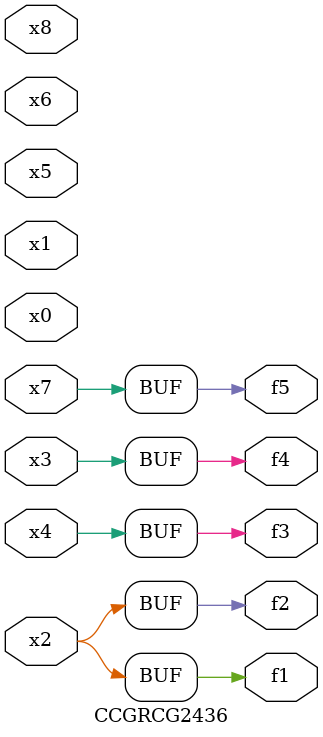
<source format=v>
module CCGRCG2436(
	input x0, x1, x2, x3, x4, x5, x6, x7, x8,
	output f1, f2, f3, f4, f5
);
	assign f1 = x2;
	assign f2 = x2;
	assign f3 = x4;
	assign f4 = x3;
	assign f5 = x7;
endmodule

</source>
